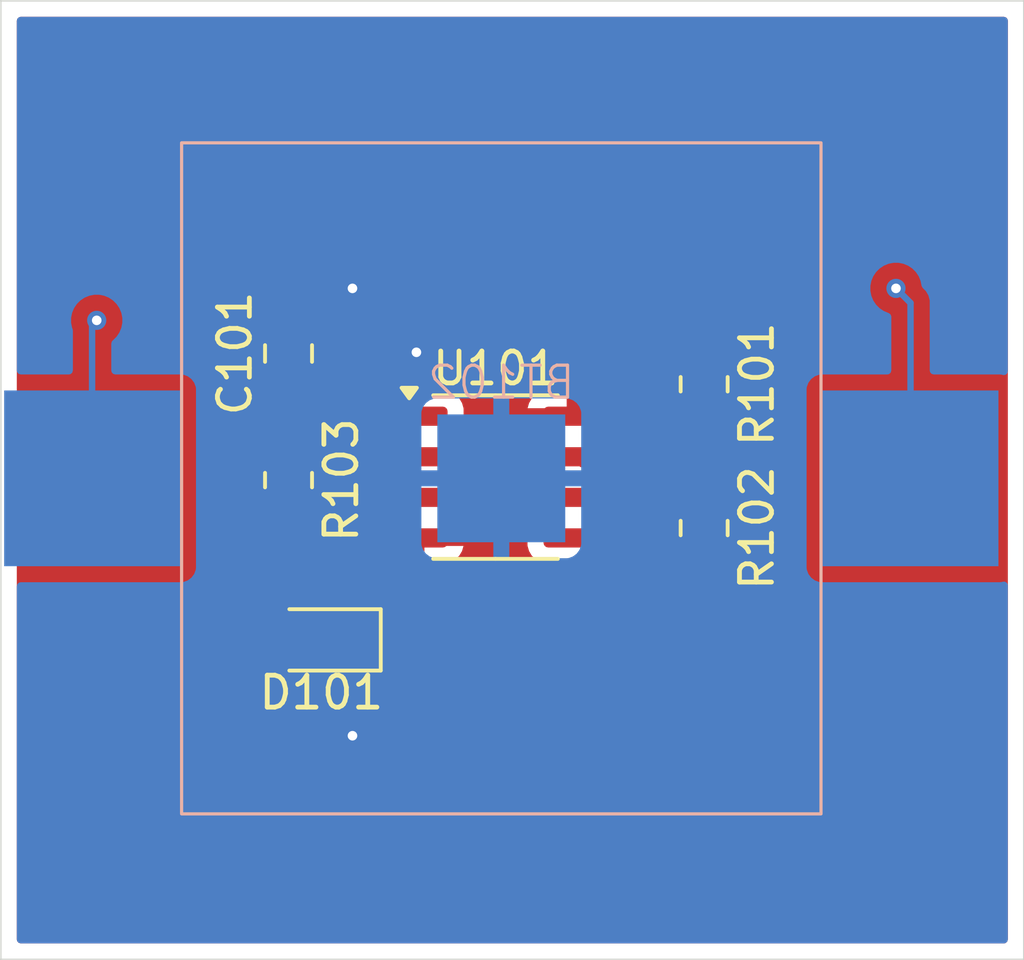
<source format=kicad_pcb>
(kicad_pcb (version 20241229) (generator "pcbnew") (generator_version "9.0")
  (layers (0 "F.Cu" signal) (2 "B.Cu" signal) (13 "F.Paste" user) (15 "B.Paste" user) (5 "F.SilkS" user "F.Silkscreen") (7 "B.SilkS" user "B.Silkscreen") (1 "F.Mask" user) (3 "B.Mask" user) (25 "Edge.Cuts" user))
  (net 0 "")
  (net 1 "/VDD")
  (net 2 "GND")
  (net 3 "/THR")
  (net 4 "Net-(D101-A)")
  (net 5 "/DIS")
  (net 6 "Net-(U101-OUT)")
  (footprint "Capacitor_SMD:C_0805_2012Metric_Pad1.18x1.45mm_HandSolder" (layer "F.Cu") (at 131 72.0375 90)
    (property "Reference" "C101" (at 0 -1.68 90) (layer "F.SilkS"))
    (property "Value" "1U")
    (fp_line (start -0.261252 -0.735) (end 0.261252 -0.735) (stroke (width 0.12)) (layer "F.SilkS"))
    (fp_line (start -0.261252 0.735) (end 0.261252 0.735) (stroke (width 0.12)) (layer "F.SilkS"))
    (pad "1" smd roundrect (at -1.0375 0 90) (size 1.175 1.45) (layers "F.Cu" "F.Mask" "F.Paste") (roundrect_rratio 0.212766) (net 3 "/THR"))
    (pad "2" smd roundrect (at 1.0375 0 90) (size 1.175 1.45) (layers "F.Cu" "F.Mask" "F.Paste") (roundrect_rratio 0.212766) (net 2 "GND"))
  )
  (footprint "Package_SO:SOIC-8_3.9x4.9mm_P1.27mm" (layer "F.Cu") (at 137.475 75.905)
    (property "Reference" "U101" (at 0 -3.4 0) (layer "F.SilkS"))
    (property "Value" "7555")
    (fp_line (start 0 -2.56) (end -1.95 -2.56) (stroke (width 0.12)) (layer "F.SilkS"))
    (fp_line (start 0 -2.56) (end 1.95 -2.56) (stroke (width 0.12)) (layer "F.SilkS"))
    (fp_line (start 0 2.56) (end -1.95 2.56) (stroke (width 0.12)) (layer "F.SilkS"))
    (fp_line (start 0 2.56) (end 1.95 2.56) (stroke (width 0.12)) (layer "F.SilkS"))
    (fp_poly (pts (xy -2.7 -2.465) (xy -2.94 -2.795) (xy -2.46 -2.795)) (stroke (width 0.12)) (fill yes) (layer "F.SilkS"))
    (pad "1" smd roundrect (at -2.475 -1.905) (size 1.95 0.6) (layers "F.Cu" "F.Mask" "F.Paste") (net 2 "GND"))
    (pad "2" smd roundrect (at -2.475 -0.635) (size 1.95 0.6) (layers "F.Cu" "F.Mask" "F.Paste") (net 3 "/THR"))
    (pad "3" smd roundrect (at -2.475 0.635) (size 1.95 0.6) (layers "F.Cu" "F.Mask" "F.Paste") (net 6 "Net-(U101-OUT)"))
    (pad "4" smd roundrect (at -2.475 1.905) (size 1.95 0.6) (layers "F.Cu" "F.Mask" "F.Paste") (net 1 "/VDD"))
    (pad "5" smd roundrect (at 2.475 1.905) (size 1.95 0.6) (layers "F.Cu" "F.Mask" "F.Paste"))
    (pad "6" smd roundrect (at 2.475 0.635) (size 1.95 0.6) (layers "F.Cu" "F.Mask" "F.Paste") (net 3 "/THR"))
    (pad "7" smd roundrect (at 2.475 -0.635) (size 1.95 0.6) (layers "F.Cu" "F.Mask" "F.Paste") (net 5 "/DIS"))
    (pad "8" smd roundrect (at 2.475 -1.905) (size 1.95 0.6) (layers "F.Cu" "F.Mask" "F.Paste") (net 1 "/VDD"))
  )
  (footprint "Resistor_SMD:R_0805_2012Metric_Pad1.20x1.40mm_HandSolder" (layer "F.Cu") (at 144 73 -90)
    (property "Reference" "R101" (at 0 -1.65 90) (layer "F.SilkS"))
    (property "Value" "1k")
    (fp_line (start -0.227064 0.735) (end 0.227064 0.735) (stroke (width 0.12)) (layer "F.SilkS"))
    (fp_line (start -0.227064 -0.735) (end 0.227064 -0.735) (stroke (width 0.12)) (layer "F.SilkS"))
    (pad "1" smd roundrect (at -1 0 270) (size 1.2 1.4) (layers "F.Cu" "F.Mask" "F.Paste") (roundrect_rratio 0.208333) (net 1 "/VDD"))
    (pad "2" smd roundrect (at 1 0 270) (size 1.2 1.4) (layers "F.Cu" "F.Mask" "F.Paste") (roundrect_rratio 0.208333) (net 5 "/DIS"))
  )
  (footprint "LED_SMD:LED_0805_2012Metric_Pad1.15x1.40mm_HandSolder" (layer "F.Cu") (at 132.025 81 180)
    (property "Reference" "D101" (at 0 -1.65 0) (layer "F.SilkS"))
    (property "Value" "LED")
    (fp_line (start 1 -0.96) (end -1.86 -0.96) (stroke (width 0.12)) (layer "F.SilkS"))
    (fp_line (start -1.86 0.96) (end 1 0.96) (stroke (width 0.12)) (layer "F.SilkS"))
    (fp_line (start -1.86 -0.96) (end -1.86 0.96) (stroke (width 0.12)) (layer "F.SilkS"))
    (pad "1" smd roundrect (at -1.025 0 180) (size 1.15 1.4) (layers "F.Cu" "F.Mask" "F.Paste") (roundrect_rratio 0.217391) (net 2 "GND"))
    (pad "2" smd roundrect (at 1.025 0 180) (size 1.15 1.4) (layers "F.Cu" "F.Mask" "F.Paste") (roundrect_rratio 0.217391) (net 4 "Net-(D101-A)"))
  )
  (footprint "Resistor_SMD:R_0805_2012Metric_Pad1.20x1.40mm_HandSolder" (layer "F.Cu") (at 131 76 -90)
    (property "Reference" "R103" (at 0 -1.65 90) (layer "F.SilkS"))
    (property "Value" "1k")
    (fp_line (start -0.227064 0.735) (end 0.227064 0.735) (stroke (width 0.12)) (layer "F.SilkS"))
    (fp_line (start -0.227064 -0.735) (end 0.227064 -0.735) (stroke (width 0.12)) (layer "F.SilkS"))
    (pad "1" smd roundrect (at -1 0 270) (size 1.2 1.4) (layers "F.Cu" "F.Mask" "F.Paste") (roundrect_rratio 0.208333) (net 6 "Net-(U101-OUT)"))
    (pad "2" smd roundrect (at 1 0 270) (size 1.2 1.4) (layers "F.Cu" "F.Mask" "F.Paste") (roundrect_rratio 0.208333) (net 4 "Net-(D101-A)"))
  )
  (footprint "Resistor_SMD:R_0805_2012Metric_Pad1.20x1.40mm_HandSolder" (layer "F.Cu") (at 144 77.5 -90)
    (property "Reference" "R102" (at 0 -1.65 90) (layer "F.SilkS"))
    (property "Value" "470k")
    (fp_line (start -0.227064 0.735) (end 0.227064 0.735) (stroke (width 0.12)) (layer "F.SilkS"))
    (fp_line (start -0.227064 -0.735) (end 0.227064 -0.735) (stroke (width 0.12)) (layer "F.SilkS"))
    (pad "1" smd roundrect (at -1 0 270) (size 1.2 1.4) (layers "F.Cu" "F.Mask" "F.Paste") (roundrect_rratio 0.208333) (net 5 "/DIS"))
    (pad "2" smd roundrect (at 1 0 270) (size 1.2 1.4) (layers "F.Cu" "F.Mask" "F.Paste") (roundrect_rratio 0.208333) (net 3 "/THR"))
  )
  (footprint "CoinBattery:S8211-46R" (layer "B.Cu") (at 137.655 75.945 180)
    (property "Reference" "BT102" (at 0 3 0) (layer "B.SilkS") (effects (font (thickness 0.1)) (justify mirror)))
    (property "Value" "CR2032")
    (fp_rect (start -10 10.5) (end 10 -10.5) (stroke (width 0.1)) (fill no) (layer "B.SilkS"))
    (pad "1" smd rect (at -12.8 0 180) (size 5.5 5.5) (layers "B.Cu" "B.Mask" "B.Paste") (net 1 "/VDD"))
    (pad "1" smd rect (at 12.8 0 180) (size 5.5 5.5) (layers "B.Cu" "B.Mask" "B.Paste") (net 1 "/VDD"))
    (pad "2" smd rect (at 0 0 180) (size 4 4) (layers "B.Cu" "B.Mask" "B.Paste") (net 2 "GND"))
  )
  (gr_rect (start 122 61) (end 154 91) (stroke (width 0.05)) (fill no) (layer "Edge.Cuts"))
  (via (at 125 71) (size 0.6) (drill 0.3) (layers "F.Cu" "B.Cu") (net 1))
  (via (at 150 70) (size 0.6) (drill 0.3) (layers "F.Cu" "B.Cu") (net 1))
  (segment (start 150.455 70.455) (end 150 70) (width 0.2) (layer "B.Cu") (net 1))
  (segment (start 124.855 75.945) (end 124.855 71.145) (width 0.2) (layer "B.Cu") (net 1))
  (segment (start 150.455 75.945) (end 150.455 70.455) (width 0.2) (layer "B.Cu") (net 1))
  (segment (start 124.855 71.145) (end 125 71) (width 0.2) (layer "B.Cu") (net 1))
  (segment (start 132 71) (end 133 70) (width 0.2) (layer "F.Cu") (net 2))
  (segment (start 133.05 83.95) (end 133 84) (width 0.2) (layer "F.Cu") (net 2))
  (segment (start 133.05 81) (end 133.05 83.95) (width 0.2) (layer "F.Cu") (net 2))
  (segment (start 131 71) (end 132 71) (width 0.2) (layer "F.Cu") (net 2))
  (segment (start 135 74) (end 135 72) (width 0.2) (layer "F.Cu") (net 2))
  (via (at 135 72) (size 0.6) (drill 0.3) (layers "F.Cu" "B.Cu") (net 2))
  (via (at 133 84) (size 0.6) (drill 0.3) (layers "F.Cu" "B.Cu") (net 2))
  (via (at 133 70) (size 0.6) (drill 0.3) (layers "F.Cu" "B.Cu") (net 2))
  (segment (start 142.1 78.3) (end 142.3 78.5) (width 0.2) (layer "F.Cu") (net 3))
  (segment (start 141.74 76.54) (end 142.1 76.9) (width 0.2) (layer "F.Cu") (net 3))
  (segment (start 135 75.27) (end 135.974999 75.27) (width 0.2) (layer "F.Cu") (net 3))
  (segment (start 137.244999 76.54) (end 139.95 76.54) (width 0.2) (layer "F.Cu") (net 3))
  (segment (start 132.77 75.27) (end 135 75.27) (width 0.2) (layer "F.Cu") (net 3))
  (segment (start 132.75 75.25) (end 132.77 75.27) (width 0.2) (layer "F.Cu") (net 3))
  (segment (start 139.95 76.54) (end 141.74 76.54) (width 0.2) (layer "F.Cu") (net 3))
  (segment (start 132.75 73.25) (end 132.75 75.25) (width 0.2) (layer "F.Cu") (net 3))
  (segment (start 132.575 73.075) (end 132.75 73.25) (width 0.2) (layer "F.Cu") (net 3))
  (segment (start 142.1 76.9) (end 142.1 78.3) (width 0.2) (layer "F.Cu") (net 3))
  (segment (start 142.3 78.5) (end 144 78.5) (width 0.2) (layer "F.Cu") (net 3))
  (segment (start 131 73.075) (end 132.575 73.075) (width 0.2) (layer "F.Cu") (net 3))
  (segment (start 135.974999 75.27) (end 137.244999 76.54) (width 0.2) (layer "F.Cu") (net 3))
  (segment (start 131 77) (end 131 81) (width 0.2) (layer "F.Cu") (net 4))
  (segment (start 140.18 75.5) (end 139.956 75.276) (width 0.2) (layer "F.Cu") (net 5))
  (segment (start 143 76.5) (end 142 75.5) (width 0.2) (layer "F.Cu") (net 5))
  (segment (start 144 74) (end 144 76.5) (width 0.2) (layer "F.Cu") (net 5))
  (segment (start 139.956 75.276) (end 139.956 75.27) (width 0.2) (layer "F.Cu") (net 5))
  (segment (start 142 75.5) (end 140.18 75.5) (width 0.2) (layer "F.Cu") (net 5))
  (segment (start 144 76.5) (end 143 76.5) (width 0.2) (layer "F.Cu") (net 5))
  (segment (start 131.75 75) (end 133.29 76.54) (width 0.2) (layer "F.Cu") (net 6))
  (segment (start 133.29 76.54) (end 135 76.54) (width 0.2) (layer "F.Cu") (net 6))
  (segment (start 131 75) (end 131.75 75) (width 0.2) (layer "F.Cu") (net 6))
  (zone (net 1) (net_name "/VDD") (layer "F.Cu") (priority 1) (connect_pads (clearance 0.5)) (min_thickness 0.25) (fill yes (thermal_gap 0.5) (thermal_bridge_width 0.5))
    (polygon (pts (xy 154 61) (xy 122 61) (xy 122 91) (xy 154 91)))
  )
  (zone (net 2) (net_name "GND") (layer "B.Cu") (connect_pads (clearance 0.5)) (min_thickness 0.25) (fill yes (thermal_gap 0.5) (thermal_bridge_width 0.5))
    (polygon (pts (xy 122 61) (xy 154 61) (xy 154 91) (xy 122 91)))
  )
)
</source>
